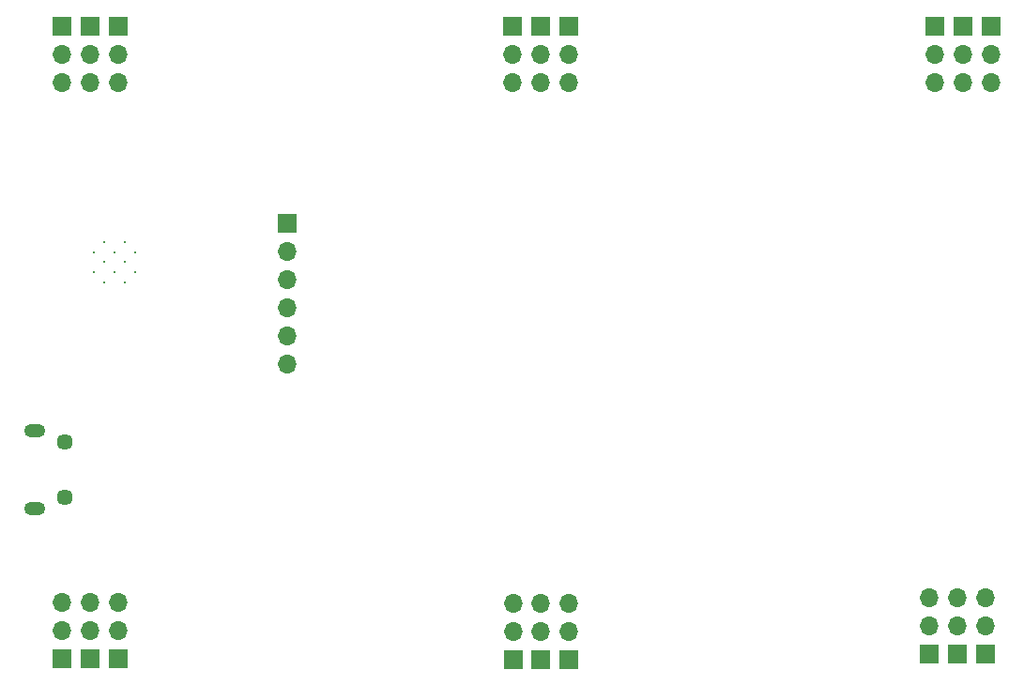
<source format=gbr>
%TF.GenerationSoftware,KiCad,Pcbnew,6.0.10-86aedd382b~118~ubuntu22.04.1*%
%TF.CreationDate,2023-01-14T07:34:15+01:00*%
%TF.ProjectId,servo_control,73657276-6f5f-4636-9f6e-74726f6c2e6b,rev?*%
%TF.SameCoordinates,Original*%
%TF.FileFunction,Soldermask,Bot*%
%TF.FilePolarity,Negative*%
%FSLAX46Y46*%
G04 Gerber Fmt 4.6, Leading zero omitted, Abs format (unit mm)*
G04 Created by KiCad (PCBNEW 6.0.10-86aedd382b~118~ubuntu22.04.1) date 2023-01-14 07:34:15*
%MOMM*%
%LPD*%
G01*
G04 APERTURE LIST*
%ADD10R,1.700000X1.700000*%
%ADD11O,1.700000X1.700000*%
%ADD12C,0.300000*%
%ADD13O,1.900000X1.200000*%
%ADD14C,1.450000*%
G04 APERTURE END LIST*
D10*
%TO.C,J15*%
X109220000Y-100300000D03*
D11*
X109220000Y-97760000D03*
X109220000Y-95220000D03*
%TD*%
D10*
%TO.C,J13*%
X184912457Y-99827314D03*
D11*
X184912457Y-97287314D03*
X184912457Y-94747314D03*
%TD*%
D10*
%TO.C,J19*%
X147320000Y-100330000D03*
D11*
X147320000Y-97790000D03*
X147320000Y-95250000D03*
%TD*%
D10*
%TO.C,J14*%
X182372457Y-99827314D03*
D11*
X182372457Y-97287314D03*
X182372457Y-94747314D03*
%TD*%
D10*
%TO.C,J21*%
X124460000Y-60960000D03*
D11*
X124460000Y-63500000D03*
X124460000Y-66040000D03*
X124460000Y-68580000D03*
X124460000Y-71120000D03*
X124460000Y-73660000D03*
%TD*%
D12*
%TO.C,U3*%
X107085000Y-65417500D03*
X107085000Y-63582500D03*
X108002500Y-66335000D03*
X108002500Y-64500000D03*
X108002500Y-62665000D03*
X108920000Y-65417500D03*
X108920000Y-63582500D03*
X109837500Y-66335000D03*
X109837500Y-64500000D03*
X109837500Y-62665000D03*
X110755000Y-65417500D03*
X110755000Y-63582500D03*
%TD*%
D13*
%TO.C,J1*%
X101742369Y-79696152D03*
D14*
X104442369Y-80696152D03*
X104442369Y-85696152D03*
D13*
X101742369Y-86696152D03*
%TD*%
D10*
%TO.C,J8*%
X149860000Y-43180000D03*
D11*
X149860000Y-45720000D03*
X149860000Y-48260000D03*
%TD*%
D10*
%TO.C,J18*%
X149860000Y-100330000D03*
D11*
X149860000Y-97790000D03*
X149860000Y-95250000D03*
%TD*%
D10*
%TO.C,J7*%
X147320000Y-43180000D03*
D11*
X147320000Y-45720000D03*
X147320000Y-48260000D03*
%TD*%
D10*
%TO.C,J4*%
X106680000Y-43180000D03*
D11*
X106680000Y-45720000D03*
X106680000Y-48260000D03*
%TD*%
D10*
%TO.C,J10*%
X185420000Y-43180000D03*
D11*
X185420000Y-45720000D03*
X185420000Y-48260000D03*
%TD*%
D10*
%TO.C,J17*%
X104140000Y-100300000D03*
D11*
X104140000Y-97760000D03*
X104140000Y-95220000D03*
%TD*%
D10*
%TO.C,J5*%
X104140000Y-43180000D03*
D11*
X104140000Y-45720000D03*
X104140000Y-48260000D03*
%TD*%
D10*
%TO.C,J3*%
X109220000Y-43180000D03*
D11*
X109220000Y-45720000D03*
X109220000Y-48260000D03*
%TD*%
D10*
%TO.C,J16*%
X106680000Y-100300000D03*
D11*
X106680000Y-97760000D03*
X106680000Y-95220000D03*
%TD*%
D10*
%TO.C,J6*%
X144780000Y-43180000D03*
D11*
X144780000Y-45720000D03*
X144780000Y-48260000D03*
%TD*%
D10*
%TO.C,J11*%
X187960000Y-43180000D03*
D11*
X187960000Y-45720000D03*
X187960000Y-48260000D03*
%TD*%
D10*
%TO.C,J12*%
X187452457Y-99827314D03*
D11*
X187452457Y-97287314D03*
X187452457Y-94747314D03*
%TD*%
D10*
%TO.C,J9*%
X182880000Y-43180000D03*
D11*
X182880000Y-45720000D03*
X182880000Y-48260000D03*
%TD*%
D10*
%TO.C,J20*%
X144900000Y-100330000D03*
D11*
X144900000Y-97790000D03*
X144900000Y-95250000D03*
%TD*%
M02*

</source>
